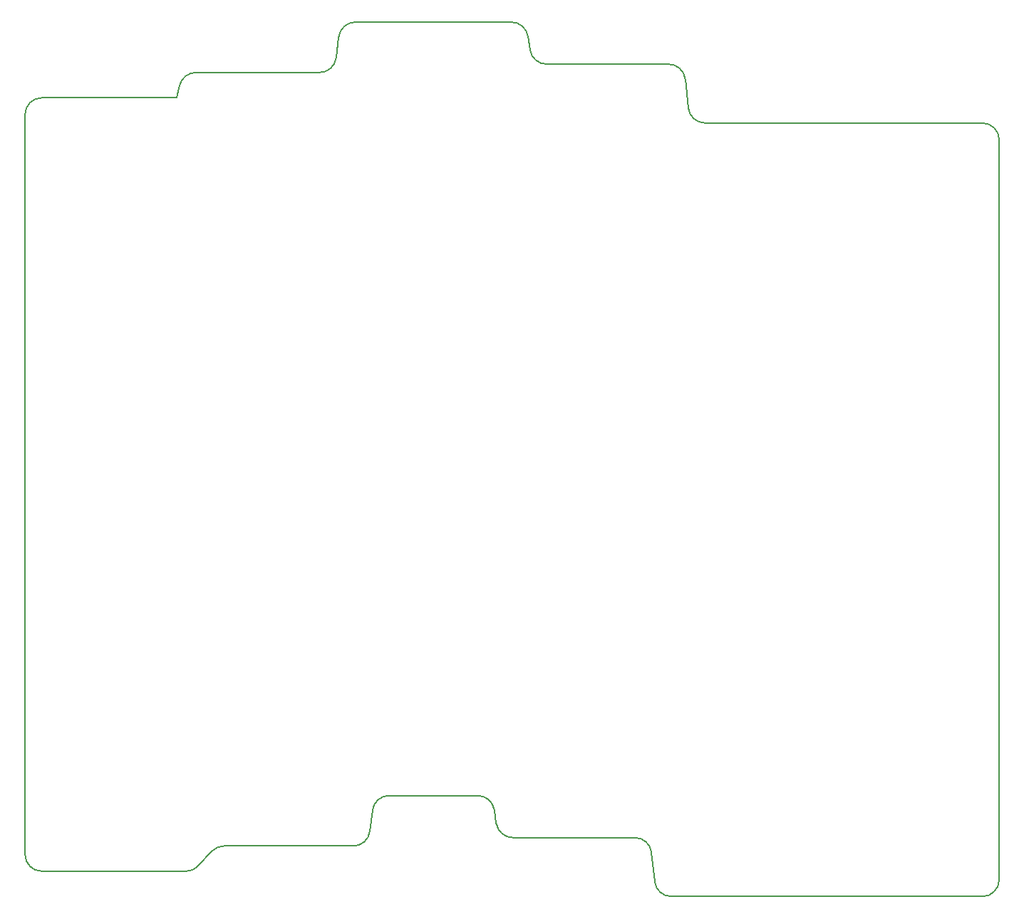
<source format=gbr>
%TF.GenerationSoftware,KiCad,Pcbnew,7.0.8*%
%TF.CreationDate,2024-07-17T12:43:32-03:00*%
%TF.ProjectId,right,72696768-742e-46b6-9963-61645f706362,v1.0.0*%
%TF.SameCoordinates,Original*%
%TF.FileFunction,Profile,NP*%
%FSLAX46Y46*%
G04 Gerber Fmt 4.6, Leading zero omitted, Abs format (unit mm)*
G04 Created by KiCad (PCBNEW 7.0.8) date 2024-07-17 12:43:32*
%MOMM*%
%LPD*%
G01*
G04 APERTURE LIST*
%TA.AperFunction,Profile*%
%ADD10C,0.150000*%
%TD*%
G04 APERTURE END LIST*
D10*
X356500000Y-68500000D02*
X323547161Y-68500000D01*
X317191419Y-155286938D02*
G75*
G03*
X315202839Y-153500000I-1988619J-213062D01*
G01*
X261870197Y-157499997D02*
G75*
G03*
X263344505Y-156851449I3J1999997D01*
G01*
X321558581Y-66713062D02*
G75*
G03*
X323547161Y-68500000I1988619J213062D01*
G01*
X358500000Y-158500000D02*
X358500000Y-70500000D01*
X266379803Y-154500000D02*
X281734436Y-154500000D01*
X261121233Y-64014868D02*
X260749900Y-65500000D01*
X298505498Y-150203319D02*
X298744502Y-151796681D01*
X282015564Y-56499965D02*
G75*
G03*
X280031009Y-58251931I36J-2000035D01*
G01*
X277734436Y-62500035D02*
G75*
G03*
X279718991Y-60748069I-36J2000035D01*
G01*
X321191419Y-63286938D02*
G75*
G03*
X319202839Y-61500000I-1988619J-213062D01*
G01*
X242750000Y-155500000D02*
G75*
G03*
X244750000Y-157500000I2000000J0D01*
G01*
X356500000Y-160500000D02*
G75*
G03*
X358500000Y-158500000I0J2000000D01*
G01*
X298505473Y-150203323D02*
G75*
G03*
X296527625Y-148500000I-1977873J-296677D01*
G01*
X244750000Y-65500000D02*
G75*
G03*
X242750000Y-67500000I0J-2000000D01*
G01*
X319547161Y-160500000D02*
X356500000Y-160500000D01*
X317558581Y-158713062D02*
G75*
G03*
X319547161Y-160500000I1988619J213062D01*
G01*
X286015564Y-148500000D02*
X296527625Y-148500000D01*
X298744527Y-151796677D02*
G75*
G03*
X300722375Y-153500000I1977873J296677D01*
G01*
X302505473Y-58203323D02*
G75*
G03*
X300527625Y-56500000I-1977873J-296677D01*
G01*
X358500000Y-70500000D02*
G75*
G03*
X356500000Y-68500000I-2000000J0D01*
G01*
X300722375Y-153500000D02*
X315202839Y-153500000D01*
X281734436Y-154500035D02*
G75*
G03*
X283718991Y-152748069I-36J2000035D01*
G01*
X286015564Y-148499965D02*
G75*
G03*
X284031009Y-150251931I36J-2000035D01*
G01*
X242750000Y-67500000D02*
X242750000Y-155500000D01*
X283718991Y-152748069D02*
X284031009Y-150251931D01*
X317191457Y-155286934D02*
X317558543Y-158713066D01*
X277734436Y-62500000D02*
X263061502Y-62500000D01*
X321558543Y-66713066D02*
X321191457Y-63286934D01*
X302744527Y-59796677D02*
G75*
G03*
X304722375Y-61500000I1977873J296677D01*
G01*
X266379803Y-154500003D02*
G75*
G03*
X264905495Y-155148551I-3J-1999997D01*
G01*
X260749900Y-65500000D02*
X244750000Y-65500000D01*
X302744502Y-59796681D02*
X302505498Y-58203319D01*
X263344505Y-156851449D02*
X264905495Y-155148551D01*
X319202839Y-61500000D02*
X304722375Y-61500000D01*
X280031009Y-58251931D02*
X279718991Y-60748069D01*
X244750000Y-157500000D02*
X261870197Y-157500000D01*
X300527625Y-56500000D02*
X282015564Y-56500000D01*
X263061502Y-62500002D02*
G75*
G03*
X261121232Y-64014868I-2J-1999998D01*
G01*
M02*

</source>
